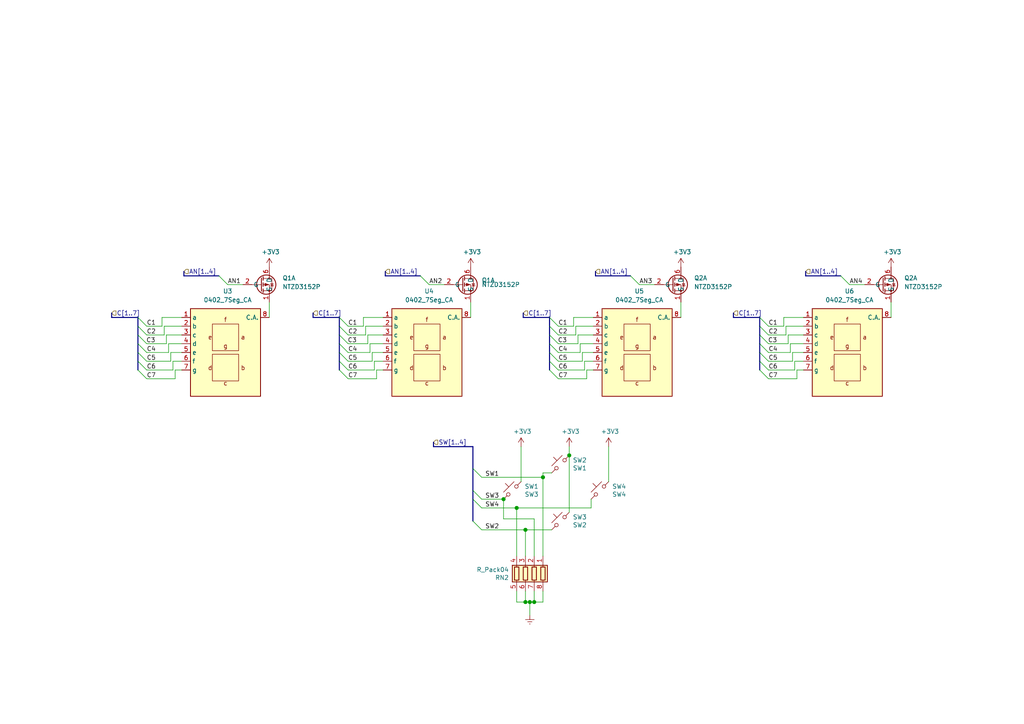
<source format=kicad_sch>
(kicad_sch (version 20200714) (host eeschema "(5.99.0-2671-gfc0a358ba)")
  (page 0 5)
  (paper "A4")
  (lib_symbols
    (symbol "Custom_LEDs:0402_7Seg_CA_1"
      (property "Reference" "U" (at 10.16 13.97 0))
      (property "Value" "0402_7Seg_CA_W_Res" (at -2.54 13.97 0))
      (symbol "0402_7Seg_CA_1_0_0"
        (text "a" (at 5.715 4.445 0) (effects (font (size 1.27 1.27))))
        (text "b" (at 5.715 -4.445 0) (effects (font (size 1.27 1.27))))
        (text "c" (at 0.635 -8.89 0) (effects (font (size 1.27 1.27))))
        (text "d" (at -3.81 -4.445 0) (effects (font (size 1.27 1.27))))
        (text "e" (at -3.81 4.445 0) (effects (font (size 1.27 1.27))))
        (text "f" (at 0.635 9.525 0) (effects (font (size 1.27 1.27))))
        (text "g" (at 0.635 1.905 0) (effects (font (size 1.27 1.27))))
      )
      (symbol "0402_7Seg_CA_1_0_1"
        (rectangle (start -9.525 12.7) (end 10.795 -12.7) (stroke (width 0.254)) (fill (type background)))
        (polyline (pts (xy -3.175 -0.508) (xy 4.445 -0.508) (xy 4.445 -8.255) (xy -3.175 -8.255) (xy -3.175 -0.508) (xy -3.175 -0.508)))
        (polyline (pts (xy -3.175 8.255) (xy 4.445 8.255) (xy 4.445 0.508) (xy -3.175 0.508) (xy -3.175 8.255) (xy -3.175 8.255)))
      )
      (symbol "0402_7Seg_CA_1_1_1"
        (pin passive line (at -12.065 0 0) (length 2.54) (name "e") (number "5"))
        (pin passive line (at -12.065 -5.08 0) (length 2.54) (name "g") (number "7"))
        (pin passive line (at -12.065 2.54 0) (length 2.54) (name "d") (number "4"))
        (pin passive line (at -12.065 5.08 0) (length 2.54) (name "c") (number "3"))
        (pin passive line (at -12.065 7.62 0) (length 2.54) (name "b") (number "2"))
        (pin passive line (at -12.065 10.16 0) (length 2.54) (name "a") (number "1"))
        (pin passive line (at 13.335 10.16 180) (length 2.54) (name "C.A.") (number "8"))
        (pin passive line (at -12.065 -2.54 0) (length 2.54) (name "f") (number "6"))
        (pin passive line (at 6.985 6.985 180) (length 2.54) hide (name "") (number "9"))
        (pin passive line (at 6.985 5.08 180) (length 2.54) hide (name "") (number "10"))
        (pin passive line (at 6.985 1.905 180) (length 2.54) hide (name "") (number "11"))
        (pin passive line (at 6.985 0 180) (length 2.54) hide (name "") (number "12"))
        (pin passive line (at 6.985 -1.905 180) (length 2.54) hide (name "") (number "13"))
        (pin passive line (at 6.985 -3.81 180) (length 2.54) hide (name "") (number "14"))
        (pin passive line (at 6.985 -6.985 180) (length 2.54) hide (name "") (number "15"))
      )
    )
    (symbol "Custom_LEDs:0402_7Seg_CA_W_Res"
      (property "Reference" "U" (at 10.16 13.97 0))
      (property "Value" "0402_7Seg_CA_W_Res" (at -2.54 13.97 0))
      (symbol "0402_7Seg_CA_W_Res_0_0"
        (text "a" (at 5.715 4.445 0) (effects (font (size 1.27 1.27))))
        (text "b" (at 5.715 -4.445 0) (effects (font (size 1.27 1.27))))
        (text "c" (at 0.635 -8.89 0) (effects (font (size 1.27 1.27))))
        (text "d" (at -3.81 -4.445 0) (effects (font (size 1.27 1.27))))
        (text "e" (at -3.81 4.445 0) (effects (font (size 1.27 1.27))))
        (text "f" (at 0.635 9.525 0) (effects (font (size 1.27 1.27))))
        (text "g" (at 0.635 1.905 0) (effects (font (size 1.27 1.27))))
      )
      (symbol "0402_7Seg_CA_W_Res_0_1"
        (rectangle (start -9.525 12.7) (end 10.795 -12.7) (stroke (width 0.254)) (fill (type background)))
        (polyline (pts (xy -3.175 -0.508) (xy 4.445 -0.508) (xy 4.445 -8.255) (xy -3.175 -8.255) (xy -3.175 -0.508) (xy -3.175 -0.508)))
        (polyline (pts (xy -3.175 8.255) (xy 4.445 8.255) (xy 4.445 0.508) (xy -3.175 0.508) (xy -3.175 8.255) (xy -3.175 8.255)))
      )
      (symbol "0402_7Seg_CA_W_Res_1_1"
        (pin passive line (at -12.065 0 0) (length 2.54) (name "e") (number "5"))
        (pin passive line (at -12.065 -5.08 0) (length 2.54) (name "g") (number "7"))
        (pin passive line (at -12.065 2.54 0) (length 2.54) (name "d") (number "4"))
        (pin passive line (at -12.065 5.08 0) (length 2.54) (name "c") (number "3"))
        (pin passive line (at -12.065 7.62 0) (length 2.54) (name "b") (number "2"))
        (pin passive line (at -12.065 10.16 0) (length 2.54) (name "a") (number "1"))
        (pin passive line (at 13.335 10.16 180) (length 2.54) (name "C.A.") (number "8"))
        (pin passive line (at -12.065 -2.54 0) (length 2.54) (name "f") (number "6"))
        (pin passive line (at 6.985 6.985 180) (length 2.54) hide (name "") (number "9"))
        (pin passive line (at 6.985 5.08 180) (length 2.54) hide (name "") (number "10"))
        (pin passive line (at 6.985 1.905 180) (length 2.54) hide (name "") (number "11"))
        (pin passive line (at 6.985 0 180) (length 2.54) hide (name "") (number "12"))
        (pin passive line (at 6.985 -1.905 180) (length 2.54) hide (name "") (number "13"))
        (pin passive line (at 6.985 -3.81 180) (length 2.54) hide (name "") (number "14"))
        (pin passive line (at 6.985 -6.985 180) (length 2.54) hide (name "") (number "15"))
      )
    )
    (symbol "Custom_Transistors:NTZD3152P"
      (property "Reference" "Q" (at 3.175 0.635 0))
      (property "Value" "NTZD3152P" (at 6.35 3.175 0))
      (symbol "NTZD3152P_0_1"
        (circle (center -0.889 0) (radius 2.794) (stroke (width 0.254)))
        (circle (center 0 -1.778) (radius 0.254) (fill (type outline)))
        (circle (center 0 1.778) (radius 0.254) (fill (type outline)))
        (polyline (pts (xy -2.286 0) (xy -5.08 0)))
        (polyline (pts (xy -2.286 1.905) (xy -2.286 -1.905)) (stroke (width 0.254)))
        (polyline (pts (xy -1.778 -1.27) (xy -1.778 -2.286)) (stroke (width 0.254)))
        (polyline (pts (xy -1.778 0.508) (xy -1.778 -0.508)) (stroke (width 0.254)))
        (polyline (pts (xy -1.778 2.286) (xy -1.778 1.27)) (stroke (width 0.254)))
        (polyline (pts (xy 0 2.54) (xy 0 1.778)))
        (polyline (pts (xy 0 -2.54) (xy 0 0) (xy -1.778 0)))
        (polyline (pts (xy -1.778 1.778) (xy 0.762 1.778) (xy 0.762 -1.778) (xy -1.778 -1.778)))
        (polyline (pts (xy -0.254 0) (xy -1.27 0.381) (xy -1.27 -0.381) (xy -0.254 0)) (fill (type outline)))
        (polyline (pts (xy 0.254 -0.508) (xy 0.381 -0.381) (xy 1.143 -0.381) (xy 1.27 -0.254)))
        (polyline (pts (xy 0.762 -0.381) (xy 0.381 0.254) (xy 1.143 0.254) (xy 0.762 -0.381)))
      )
      (symbol "NTZD3152P_1_1"
        (pin passive line (at 0 5.08 270) (length 2.54) (name "D") (number "6"))
        (pin input line (at -7.62 0 0) (length 2.54) (name "G") (number "2"))
        (pin passive line (at 0 -5.08 90) (length 2.54) (name "S") (number "1"))
      )
      (symbol "NTZD3152P_2_1"
        (pin passive line (at -7.62 0 0) (length 2.54) (name "G") (number "5"))
        (pin passive line (at 0 -5.08 90) (length 2.54) (name "S") (number "4"))
        (pin passive line (at 0 5.08 270) (length 2.54) (name "D") (number "3"))
      )
    )
    (symbol "Device:R_Pack04_1" (pin_names (offset 0) hide)
      (property "Reference" "RN" (at -7.62 0 90))
      (property "Value" "R_Pack04" (at 5.08 0 90))
      (symbol "R_Pack04_1_0_1"
        (rectangle (start -3.175 1.905) (end -1.905 -1.905) (stroke (width 0.254)))
        (rectangle (start -5.715 1.905) (end -4.445 -1.905) (stroke (width 0.254)))
        (rectangle (start -0.635 1.905) (end 0.635 -1.905) (stroke (width 0.254)))
        (rectangle (start -6.35 -2.413) (end 3.81 2.413) (stroke (width 0.254)) (fill (type background)))
        (rectangle (start 1.905 1.905) (end 3.175 -1.905) (stroke (width 0.254)))
        (polyline (pts (xy -2.54 -2.54) (xy -2.54 -1.905)))
        (polyline (pts (xy -2.54 1.905) (xy -2.54 2.54)))
        (polyline (pts (xy -5.08 -2.54) (xy -5.08 -1.905)))
        (polyline (pts (xy -5.08 1.905) (xy -5.08 2.54)))
        (polyline (pts (xy 0 -2.54) (xy 0 -1.905)))
        (polyline (pts (xy 0 1.905) (xy 0 2.54)))
        (polyline (pts (xy 2.54 -2.54) (xy 2.54 -1.905)))
        (polyline (pts (xy 2.54 1.905) (xy 2.54 2.54)))
      )
      (symbol "R_Pack04_1_1_1"
        (pin passive line (at -5.08 -5.08 90) (length 2.54) (name "R1.1") (number "1"))
        (pin passive line (at -5.08 5.08 270) (length 2.54) (name "R1.2") (number "8"))
        (pin passive line (at -2.54 -5.08 90) (length 2.54) (name "R2.1") (number "2"))
        (pin passive line (at -2.54 5.08 270) (length 2.54) (name "R2.2") (number "7"))
        (pin passive line (at 0 -5.08 90) (length 2.54) (name "R3.1") (number "3"))
        (pin passive line (at 0 5.08 270) (length 2.54) (name "R3.2") (number "6"))
        (pin passive line (at 2.54 -5.08 90) (length 2.54) (name "R4.1") (number "4"))
        (pin passive line (at 2.54 5.08 270) (length 2.54) (name "R4.2") (number "5"))
      )
    )
    (symbol "Switch:SW_Push_45deg" (pin_numbers hide) (pin_names hide)
      (property "Reference" "SW" (at 3.048 1.016 0))
      (property "Value" "SW_Push_45deg" (at 0 -3.81 0))
      (symbol "SW_Push_45deg_0_1"
        (circle (center -1.1684 1.1684) (radius 0.508))
        (circle (center 1.143 -1.1938) (radius 0.508))
        (polyline (pts (xy -0.508 2.54) (xy 2.54 -0.508)))
        (polyline (pts (xy 1.016 1.016) (xy 2.032 2.032)))
        (polyline (pts (xy -2.54 2.54) (xy -1.524 1.524) (xy -1.524 1.524)))
        (polyline (pts (xy 1.524 -1.524) (xy 2.54 -2.54) (xy 2.54 -2.54) (xy 2.54 -2.54)))
        (pin passive line (at -2.54 2.54 0) (length 0) (name "1") (number "1"))
        (pin passive line (at 2.54 -2.54 180) (length 0) (name "2") (number "2"))
      )
    )
    (symbol "power:+3V3" (power) (pin_names (offset 0))
      (property "Value" "+3V3" (at 0 3.556 0))
      (symbol "+3V3_0_1"
        (polyline (pts (xy -0.762 1.27) (xy 0 2.54)))
        (polyline (pts (xy 0 0) (xy 0 2.54)))
        (polyline (pts (xy 0 2.54) (xy 0.762 1.27)))
      )
      (symbol "+3V3_1_1"
        (pin power_in line (at 0 0 90) (length 0) hide (name "+3V3") (number "1"))
      )
    )
    (symbol "power:GNDREF" (power) (pin_names (offset 0))
      (property "Value" "GNDREF" (at 0 -3.81 0))
      (symbol "GNDREF_0_1"
        (polyline (pts (xy -0.635 -1.905) (xy 0.635 -1.905)))
        (polyline (pts (xy -0.127 -2.54) (xy 0.127 -2.54)))
        (polyline (pts (xy 0 -1.27) (xy 0 0)))
        (polyline (pts (xy 1.27 -1.27) (xy -1.27 -1.27)))
      )
      (symbol "GNDREF_1_1"
        (pin power_in line (at 0 0 270) (length 0) hide (name "GNDREF") (number "1"))
      )
    )
  )
  (junction (at 146.05 144.78) (diameter 1.016))
  (junction (at 149.86 147.32) (diameter 1.016))
  (junction (at 152.4 153.67) (diameter 1.016))
  (junction (at 152.4 174.625) (diameter 1.016))
  (junction (at 153.67 174.625) (diameter 1.016))
  (junction (at 154.94 174.625) (diameter 1.016))
  (junction (at 157.48 138.43) (diameter 1.016))
  (junction (at 165.1 132.08) (diameter 1.016))
  (bus_entry (at 40.005 92.075) (size 2.54 2.54) (stroke (width 0.1524)))
  (bus_entry (at 40.005 94.615) (size 2.54 2.54) (stroke (width 0.1524)))
  (bus_entry (at 40.005 97.155) (size 2.54 2.54) (stroke (width 0.1524)))
  (bus_entry (at 40.005 99.695) (size 2.54 2.54) (stroke (width 0.1524)))
  (bus_entry (at 40.005 102.235) (size 2.54 2.54) (stroke (width 0.1524)))
  (bus_entry (at 40.005 104.775) (size 2.54 2.54) (stroke (width 0.1524)))
  (bus_entry (at 40.005 107.315) (size 2.54 2.54) (stroke (width 0.1524)))
  (bus_entry (at 63.5 80.01) (size 2.54 2.54) (stroke (width 0.1524)))
  (bus_entry (at 98.425 92.075) (size 2.54 2.54) (stroke (width 0.1524)))
  (bus_entry (at 98.425 94.615) (size 2.54 2.54) (stroke (width 0.1524)))
  (bus_entry (at 98.425 97.155) (size 2.54 2.54) (stroke (width 0.1524)))
  (bus_entry (at 98.425 99.695) (size 2.54 2.54) (stroke (width 0.1524)))
  (bus_entry (at 98.425 102.235) (size 2.54 2.54) (stroke (width 0.1524)))
  (bus_entry (at 98.425 104.775) (size 2.54 2.54) (stroke (width 0.1524)))
  (bus_entry (at 98.425 107.315) (size 2.54 2.54) (stroke (width 0.1524)))
  (bus_entry (at 121.92 80.01) (size 2.54 2.54) (stroke (width 0.1524)))
  (bus_entry (at 137.16 135.89) (size 2.54 2.54) (stroke (width 0.1524)))
  (bus_entry (at 137.16 142.24) (size 2.54 2.54) (stroke (width 0.1524)))
  (bus_entry (at 137.16 144.78) (size 2.54 2.54) (stroke (width 0.1524)))
  (bus_entry (at 137.16 151.13) (size 2.54 2.54) (stroke (width 0.1524)))
  (bus_entry (at 159.385 92.075) (size 2.54 2.54) (stroke (width 0.1524)))
  (bus_entry (at 159.385 94.615) (size 2.54 2.54) (stroke (width 0.1524)))
  (bus_entry (at 159.385 97.155) (size 2.54 2.54) (stroke (width 0.1524)))
  (bus_entry (at 159.385 99.695) (size 2.54 2.54) (stroke (width 0.1524)))
  (bus_entry (at 159.385 102.235) (size 2.54 2.54) (stroke (width 0.1524)))
  (bus_entry (at 159.385 104.775) (size 2.54 2.54) (stroke (width 0.1524)))
  (bus_entry (at 159.385 107.315) (size 2.54 2.54) (stroke (width 0.1524)))
  (bus_entry (at 182.88 80.01) (size 2.54 2.54) (stroke (width 0.1524)))
  (bus_entry (at 220.345 92.075) (size 2.54 2.54) (stroke (width 0.1524)))
  (bus_entry (at 220.345 94.615) (size 2.54 2.54) (stroke (width 0.1524)))
  (bus_entry (at 220.345 97.155) (size 2.54 2.54) (stroke (width 0.1524)))
  (bus_entry (at 220.345 99.695) (size 2.54 2.54) (stroke (width 0.1524)))
  (bus_entry (at 220.345 102.235) (size 2.54 2.54) (stroke (width 0.1524)))
  (bus_entry (at 220.345 104.775) (size 2.54 2.54) (stroke (width 0.1524)))
  (bus_entry (at 220.345 107.315) (size 2.54 2.54) (stroke (width 0.1524)))
  (bus_entry (at 243.84 80.01) (size 2.54 2.54) (stroke (width 0.1524)))
  (wire (pts (xy 42.545 94.615) (xy 46.99 94.615)))
  (wire (pts (xy 42.545 97.155) (xy 47.625 97.155)))
  (wire (pts (xy 42.545 99.695) (xy 48.26 99.695)))
  (wire (pts (xy 42.545 102.235) (xy 48.895 102.235)))
  (wire (pts (xy 42.545 104.775) (xy 49.53 104.775)))
  (wire (pts (xy 42.545 107.315) (xy 50.165 107.315)))
  (wire (pts (xy 42.545 109.855) (xy 50.8 109.855)))
  (wire (pts (xy 46.99 92.075) (xy 52.705 92.075)))
  (wire (pts (xy 46.99 94.615) (xy 46.99 92.075)))
  (wire (pts (xy 47.625 94.615) (xy 52.705 94.615)))
  (wire (pts (xy 47.625 97.155) (xy 47.625 94.615)))
  (wire (pts (xy 48.26 97.155) (xy 52.705 97.155)))
  (wire (pts (xy 48.26 99.695) (xy 48.26 97.155)))
  (wire (pts (xy 48.895 99.695) (xy 52.705 99.695)))
  (wire (pts (xy 48.895 102.235) (xy 48.895 99.695)))
  (wire (pts (xy 49.53 102.235) (xy 52.705 102.235)))
  (wire (pts (xy 49.53 104.775) (xy 49.53 102.235)))
  (wire (pts (xy 50.165 104.775) (xy 52.705 104.775)))
  (wire (pts (xy 50.165 107.315) (xy 50.165 104.775)))
  (wire (pts (xy 50.8 107.315) (xy 52.705 107.315)))
  (wire (pts (xy 50.8 109.855) (xy 50.8 107.315)))
  (wire (pts (xy 70.485 82.55) (xy 66.04 82.55)))
  (wire (pts (xy 78.105 87.63) (xy 78.105 92.075)))
  (wire (pts (xy 100.965 94.615) (xy 105.41 94.615)))
  (wire (pts (xy 100.965 97.155) (xy 106.045 97.155)))
  (wire (pts (xy 100.965 99.695) (xy 106.68 99.695)))
  (wire (pts (xy 100.965 102.235) (xy 107.315 102.235)))
  (wire (pts (xy 100.965 104.775) (xy 107.95 104.775)))
  (wire (pts (xy 100.965 107.315) (xy 108.585 107.315)))
  (wire (pts (xy 100.965 109.855) (xy 109.22 109.855)))
  (wire (pts (xy 105.41 92.075) (xy 111.125 92.075)))
  (wire (pts (xy 105.41 94.615) (xy 105.41 92.075)))
  (wire (pts (xy 106.045 94.615) (xy 111.125 94.615)))
  (wire (pts (xy 106.045 97.155) (xy 106.045 94.615)))
  (wire (pts (xy 106.68 97.155) (xy 111.125 97.155)))
  (wire (pts (xy 106.68 99.695) (xy 106.68 97.155)))
  (wire (pts (xy 107.315 99.695) (xy 111.125 99.695)))
  (wire (pts (xy 107.315 102.235) (xy 107.315 99.695)))
  (wire (pts (xy 107.95 102.235) (xy 111.125 102.235)))
  (wire (pts (xy 107.95 104.775) (xy 107.95 102.235)))
  (wire (pts (xy 108.585 104.775) (xy 111.125 104.775)))
  (wire (pts (xy 108.585 107.315) (xy 108.585 104.775)))
  (wire (pts (xy 109.22 107.315) (xy 111.125 107.315)))
  (wire (pts (xy 109.22 109.855) (xy 109.22 107.315)))
  (wire (pts (xy 124.46 82.55) (xy 128.905 82.55)))
  (wire (pts (xy 136.525 87.63) (xy 136.525 92.075)))
  (wire (pts (xy 139.7 138.43) (xy 157.48 138.43)))
  (wire (pts (xy 139.7 144.78) (xy 146.05 144.78)))
  (wire (pts (xy 139.7 147.32) (xy 149.86 147.32)))
  (wire (pts (xy 139.7 153.67) (xy 152.4 153.67)))
  (wire (pts (xy 146.05 144.78) (xy 146.05 150.495)))
  (wire (pts (xy 146.05 150.495) (xy 154.94 150.495)))
  (wire (pts (xy 149.86 147.32) (xy 149.86 161.29)))
  (wire (pts (xy 149.86 147.32) (xy 171.45 147.32)))
  (wire (pts (xy 149.86 171.45) (xy 149.86 174.625)))
  (wire (pts (xy 149.86 174.625) (xy 152.4 174.625)))
  (wire (pts (xy 151.13 129.54) (xy 151.13 139.7)))
  (wire (pts (xy 152.4 153.67) (xy 152.4 161.29)))
  (wire (pts (xy 152.4 153.67) (xy 160.02 153.67)))
  (wire (pts (xy 152.4 171.45) (xy 152.4 174.625)))
  (wire (pts (xy 152.4 174.625) (xy 153.67 174.625)))
  (wire (pts (xy 153.67 174.625) (xy 153.67 178.435)))
  (wire (pts (xy 153.67 174.625) (xy 154.94 174.625)))
  (wire (pts (xy 154.94 150.495) (xy 154.94 161.29)))
  (wire (pts (xy 154.94 171.45) (xy 154.94 174.625)))
  (wire (pts (xy 154.94 174.625) (xy 157.48 174.625)))
  (wire (pts (xy 157.48 137.16) (xy 157.48 138.43)))
  (wire (pts (xy 157.48 137.16) (xy 160.02 137.16)))
  (wire (pts (xy 157.48 138.43) (xy 157.48 161.29)))
  (wire (pts (xy 157.48 174.625) (xy 157.48 171.45)))
  (wire (pts (xy 161.925 94.615) (xy 166.37 94.615)))
  (wire (pts (xy 161.925 97.155) (xy 167.005 97.155)))
  (wire (pts (xy 161.925 99.695) (xy 167.64 99.695)))
  (wire (pts (xy 161.925 102.235) (xy 168.275 102.235)))
  (wire (pts (xy 161.925 104.775) (xy 168.91 104.775)))
  (wire (pts (xy 161.925 107.315) (xy 169.545 107.315)))
  (wire (pts (xy 161.925 109.855) (xy 170.18 109.855)))
  (wire (pts (xy 165.1 129.54) (xy 165.1 132.08)))
  (wire (pts (xy 165.1 132.08) (xy 165.1 148.59)))
  (wire (pts (xy 166.37 92.075) (xy 172.085 92.075)))
  (wire (pts (xy 166.37 94.615) (xy 166.37 92.075)))
  (wire (pts (xy 167.005 94.615) (xy 172.085 94.615)))
  (wire (pts (xy 167.005 97.155) (xy 167.005 94.615)))
  (wire (pts (xy 167.64 97.155) (xy 172.085 97.155)))
  (wire (pts (xy 167.64 99.695) (xy 167.64 97.155)))
  (wire (pts (xy 168.275 99.695) (xy 172.085 99.695)))
  (wire (pts (xy 168.275 102.235) (xy 168.275 99.695)))
  (wire (pts (xy 168.91 102.235) (xy 172.085 102.235)))
  (wire (pts (xy 168.91 104.775) (xy 168.91 102.235)))
  (wire (pts (xy 169.545 104.775) (xy 172.085 104.775)))
  (wire (pts (xy 169.545 107.315) (xy 169.545 104.775)))
  (wire (pts (xy 170.18 107.315) (xy 172.085 107.315)))
  (wire (pts (xy 170.18 109.855) (xy 170.18 107.315)))
  (wire (pts (xy 171.45 144.78) (xy 171.45 147.32)))
  (wire (pts (xy 176.53 129.54) (xy 176.53 139.7)))
  (wire (pts (xy 189.865 82.55) (xy 185.42 82.55)))
  (wire (pts (xy 197.485 87.63) (xy 197.485 92.075)))
  (wire (pts (xy 222.885 94.615) (xy 227.33 94.615)))
  (wire (pts (xy 222.885 97.155) (xy 227.965 97.155)))
  (wire (pts (xy 222.885 99.695) (xy 228.6 99.695)))
  (wire (pts (xy 222.885 102.235) (xy 229.235 102.235)))
  (wire (pts (xy 222.885 104.775) (xy 229.87 104.775)))
  (wire (pts (xy 222.885 107.315) (xy 230.505 107.315)))
  (wire (pts (xy 222.885 109.855) (xy 231.14 109.855)))
  (wire (pts (xy 227.33 92.075) (xy 233.045 92.075)))
  (wire (pts (xy 227.33 94.615) (xy 227.33 92.075)))
  (wire (pts (xy 227.965 94.615) (xy 233.045 94.615)))
  (wire (pts (xy 227.965 97.155) (xy 227.965 94.615)))
  (wire (pts (xy 228.6 97.155) (xy 233.045 97.155)))
  (wire (pts (xy 228.6 99.695) (xy 228.6 97.155)))
  (wire (pts (xy 229.235 99.695) (xy 233.045 99.695)))
  (wire (pts (xy 229.235 102.235) (xy 229.235 99.695)))
  (wire (pts (xy 229.87 102.235) (xy 233.045 102.235)))
  (wire (pts (xy 229.87 104.775) (xy 229.87 102.235)))
  (wire (pts (xy 230.505 104.775) (xy 233.045 104.775)))
  (wire (pts (xy 230.505 107.315) (xy 230.505 104.775)))
  (wire (pts (xy 231.14 107.315) (xy 233.045 107.315)))
  (wire (pts (xy 231.14 109.855) (xy 231.14 107.315)))
  (wire (pts (xy 250.825 82.55) (xy 246.38 82.55)))
  (wire (pts (xy 258.445 87.63) (xy 258.445 92.075)))
  (bus (pts (xy 32.385 90.805) (xy 32.385 92.075)))
  (bus (pts (xy 40.005 92.075) (xy 32.385 92.075)))
  (bus (pts (xy 40.005 92.075) (xy 40.005 94.615)))
  (bus (pts (xy 40.005 94.615) (xy 40.005 97.155)))
  (bus (pts (xy 40.005 97.155) (xy 40.005 99.695)))
  (bus (pts (xy 40.005 99.695) (xy 40.005 102.235)))
  (bus (pts (xy 40.005 102.235) (xy 40.005 104.775)))
  (bus (pts (xy 40.005 104.775) (xy 40.005 107.315)))
  (bus (pts (xy 53.34 80.01) (xy 53.34 78.74)))
  (bus (pts (xy 63.5 80.01) (xy 53.34 80.01)))
  (bus (pts (xy 90.805 90.805) (xy 90.805 92.075)))
  (bus (pts (xy 98.425 92.075) (xy 90.805 92.075)))
  (bus (pts (xy 98.425 92.075) (xy 98.425 94.615)))
  (bus (pts (xy 98.425 94.615) (xy 98.425 97.155)))
  (bus (pts (xy 98.425 97.155) (xy 98.425 99.695)))
  (bus (pts (xy 98.425 99.695) (xy 98.425 102.235)))
  (bus (pts (xy 98.425 102.235) (xy 98.425 104.775)))
  (bus (pts (xy 98.425 104.775) (xy 98.425 107.315)))
  (bus (pts (xy 111.76 80.01) (xy 111.76 78.74)))
  (bus (pts (xy 121.92 80.01) (xy 111.76 80.01)))
  (bus (pts (xy 125.73 129.54) (xy 125.73 128.27)))
  (bus (pts (xy 125.73 129.54) (xy 137.16 129.54)))
  (bus (pts (xy 137.16 129.54) (xy 137.16 135.89)))
  (bus (pts (xy 137.16 135.89) (xy 137.16 142.24)))
  (bus (pts (xy 137.16 142.24) (xy 137.16 144.78)))
  (bus (pts (xy 137.16 144.78) (xy 137.16 151.13)))
  (bus (pts (xy 151.765 90.805) (xy 151.765 92.075)))
  (bus (pts (xy 159.385 92.075) (xy 151.765 92.075)))
  (bus (pts (xy 159.385 92.075) (xy 159.385 94.615)))
  (bus (pts (xy 159.385 94.615) (xy 159.385 97.155)))
  (bus (pts (xy 159.385 97.155) (xy 159.385 99.695)))
  (bus (pts (xy 159.385 99.695) (xy 159.385 102.235)))
  (bus (pts (xy 159.385 102.235) (xy 159.385 104.775)))
  (bus (pts (xy 159.385 104.775) (xy 159.385 107.315)))
  (bus (pts (xy 172.72 80.01) (xy 172.72 78.74)))
  (bus (pts (xy 182.88 80.01) (xy 172.72 80.01)))
  (bus (pts (xy 212.725 90.805) (xy 212.725 92.075)))
  (bus (pts (xy 220.345 92.075) (xy 212.725 92.075)))
  (bus (pts (xy 220.345 92.075) (xy 220.345 94.615)))
  (bus (pts (xy 220.345 94.615) (xy 220.345 97.155)))
  (bus (pts (xy 220.345 97.155) (xy 220.345 99.695)))
  (bus (pts (xy 220.345 99.695) (xy 220.345 102.235)))
  (bus (pts (xy 220.345 102.235) (xy 220.345 104.775)))
  (bus (pts (xy 220.345 104.775) (xy 220.345 107.315)))
  (bus (pts (xy 233.68 80.01) (xy 233.68 78.74)))
  (bus (pts (xy 243.84 80.01) (xy 233.68 80.01)))
  (label "C1" (at 42.545 94.615 0))
  (label "C2" (at 42.545 97.155 0))
  (label "C4" (at 42.545 102.235 0))
  (label "C5" (at 42.545 104.775 0))
  (label "C6" (at 42.545 107.315 0))
  (label "C7" (at 42.545 109.855 0))
  (label "C3" (at 45.085 99.695 180))
  (label "AN1" (at 66.04 82.55 0))
  (label "C1" (at 100.965 94.615 0))
  (label "C2" (at 100.965 97.155 0))
  (label "C4" (at 100.965 102.235 0))
  (label "C5" (at 100.965 104.775 0))
  (label "C6" (at 100.965 107.315 0))
  (label "C7" (at 100.965 109.855 0))
  (label "C3" (at 103.505 99.695 180))
  (label "AN2" (at 124.46 82.55 0))
  (label "SW1" (at 144.78 138.43 180))
  (label "SW3" (at 144.78 144.78 180))
  (label "SW4" (at 144.78 147.32 180))
  (label "SW2" (at 144.78 153.67 180))
  (label "C1" (at 161.925 94.615 0))
  (label "C2" (at 161.925 97.155 0))
  (label "C4" (at 161.925 102.235 0))
  (label "C5" (at 161.925 104.775 0))
  (label "C6" (at 161.925 107.315 0))
  (label "C7" (at 161.925 109.855 0))
  (label "C3" (at 164.465 99.695 180))
  (label "AN3" (at 185.42 82.55 0))
  (label "C1" (at 222.885 94.615 0))
  (label "C2" (at 222.885 97.155 0))
  (label "C4" (at 222.885 102.235 0))
  (label "C5" (at 222.885 104.775 0))
  (label "C6" (at 222.885 107.315 0))
  (label "C7" (at 222.885 109.855 0))
  (label "C3" (at 225.425 99.695 180))
  (label "AN4" (at 246.38 82.55 0))
  (hierarchical_label "C[1..7]" (shape input) (at 32.385 90.805 0))
  (hierarchical_label "AN[1..4]" (shape input) (at 53.34 78.74 0))
  (hierarchical_label "C[1..7]" (shape input) (at 90.805 90.805 0))
  (hierarchical_label "AN[1..4]" (shape input) (at 111.76 78.74 0))
  (hierarchical_label "SW[1..4]" (shape input) (at 125.73 128.27 0))
  (hierarchical_label "C[1..7]" (shape input) (at 151.765 90.805 0))
  (hierarchical_label "AN[1..4]" (shape input) (at 172.72 78.74 0))
  (hierarchical_label "C[1..7]" (shape input) (at 212.725 90.805 0))
  (hierarchical_label "AN[1..4]" (shape input) (at 233.68 78.74 0))
  (symbol (lib_id "power:+3V3") (at 78.105 77.47 0)
    (property "Reference" "#PWR0106" (effects hide))
    (property "Value" "+3V3" (at 78.486 73.0758 0))
  )
  (symbol (lib_id "power:+3V3") (at 136.525 77.47 0)
    (property "Reference" "#PWR0104" (effects hide))
    (property "Value" "+3V3" (at 136.906 73.0758 0))
  )
  (symbol (lib_id "power:+3V3") (at 151.13 129.54 0)
    (property "Reference" "#PWR0111" (effects hide))
    (property "Value" "+3V3" (at 151.511 125.1458 0))
  )
  (symbol (lib_id "power:+3V3") (at 165.1 129.54 0)
    (property "Reference" "#PWR0109" (effects hide))
    (property "Value" "+3V3" (at 165.481 125.1458 0))
  )
  (symbol (lib_id "power:+3V3") (at 176.53 129.54 0)
    (property "Reference" "#PWR0110" (effects hide))
    (property "Value" "+3V3" (at 176.911 125.1458 0))
  )
  (symbol (lib_id "power:+3V3") (at 197.485 77.47 0)
    (property "Reference" "#PWR0107" (effects hide))
    (property "Value" "+3V3" (at 197.866 73.0758 0))
  )
  (symbol (lib_id "power:+3V3") (at 258.445 77.47 0)
    (property "Reference" "#PWR0108" (effects hide))
    (property "Value" "+3V3" (at 258.826 73.0758 0))
  )
  (symbol (lib_id "power:GNDREF") (at 153.67 178.435 0)
    (property "Reference" "#PWR0105" (effects hide))
    (property "Value" "GNDREF" (effects hide))
  )
  (symbol (lib_id "Switch:SW_Push_45deg") (at 148.59 142.24 90)
    (property "Reference" "SW1" (at 152.1461 141.0906 90) (effects (justify right)))
    (property "Value" "SW3" (at 152.146 143.389 90) (effects (justify right)))
    (property "Footprint" "Custom_Buttons:Korean Hroparts Elec K2-1177SR" (effects hide))
  )
  (symbol (lib_id "Switch:SW_Push_45deg") (at 162.56 134.62 90)
    (property "Reference" "SW2" (at 166.1161 133.4706 90) (effects (justify right)))
    (property "Value" "SW1" (at 166.116 135.769 90) (effects (justify right)))
    (property "Footprint" "Custom_Buttons:Korean Hroparts Elec K2-1177SR" (effects hide))
  )
  (symbol (lib_id "Switch:SW_Push_45deg") (at 162.56 151.13 90)
    (property "Reference" "SW3" (at 166.1161 149.9806 90) (effects (justify right)))
    (property "Value" "SW2" (at 166.116 152.279 90) (effects (justify right)))
    (property "Footprint" "Custom_Buttons:Korean Hroparts Elec K2-1177SR" (effects hide))
  )
  (symbol (lib_id "Switch:SW_Push_45deg") (at 173.99 142.24 90)
    (property "Reference" "SW4" (at 177.5461 141.0906 90) (effects (justify right)))
    (property "Value" "SW4" (at 177.546 143.389 90) (effects (justify right)))
    (property "Footprint" "Custom_Buttons:Korean Hroparts Elec K2-1177SR" (effects hide))
  )
  (symbol (lib_id "Custom_Transistors:NTZD3152P") (at 78.105 82.55 0)
    (property "Reference" "Q1" (at 81.915 80.645 0) (effects (justify left)))
    (property "Value" "NTZD3152P" (at 81.915 83.185 0) (effects (justify left)))
    (property "Footprint" "Package_TO_SOT_SMD:SOT-563" (effects hide))
    (property "Datasheet" "https://datasheet.lcsc.com/szlcsc/1905211505_ON-Semicon-ON-NTZD3152PT1G_C393372.pdf" (effects hide))
  )
  (symbol (lib_id "Custom_Transistors:NTZD3152P") (at 136.525 82.55 0)
    (property "Reference" "Q1" (at 139.7 81.28 0) (effects (justify left)))
    (property "Value" "NTZD3152P" (at 139.7 82.55 0) (effects (justify left)))
    (property "Footprint" "Package_TO_SOT_SMD:SOT-563" (effects hide))
    (property "Datasheet" "https://datasheet.lcsc.com/szlcsc/1905211505_ON-Semicon-ON-NTZD3152PT1G_C393372.pdf" (effects hide))
  )
  (symbol (lib_id "Custom_Transistors:NTZD3152P") (at 197.485 82.55 0)
    (property "Reference" "Q2" (at 201.295 80.645 0) (effects (justify left)))
    (property "Value" "NTZD3152P" (at 201.295 83.185 0) (effects (justify left)))
    (property "Footprint" "Package_TO_SOT_SMD:SOT-563" (effects hide))
    (property "Datasheet" "https://datasheet.lcsc.com/szlcsc/1905211505_ON-Semicon-ON-NTZD3152PT1G_C393372.pdf" (effects hide))
  )
  (symbol (lib_id "Custom_Transistors:NTZD3152P") (at 258.445 82.55 0)
    (property "Reference" "Q2" (at 262.255 80.645 0) (effects (justify left)))
    (property "Value" "NTZD3152P" (at 262.255 83.185 0) (effects (justify left)))
    (property "Footprint" "Package_TO_SOT_SMD:SOT-563" (effects hide))
    (property "Datasheet" "https://datasheet.lcsc.com/szlcsc/1905211505_ON-Semicon-ON-NTZD3152PT1G_C393372.pdf" (effects hide))
  )
  (symbol (lib_name "Device:R_Pack04_1") (lib_id "Device:R_Pack04") (at 152.4 166.37 180)
    (property "Reference" "RN2" (at 147.6248 167.5384 0) (effects (justify left)))
    (property "Value" "R_Pack04" (at 147.6248 165.227 0) (effects (justify left)))
    (property "Footprint" "Resistor_SMD:R_Array_Convex_4x0603" (effects hide))
  )
  (symbol (lib_id "Custom_LEDs:0402_7Seg_CA_W_Res") (at 64.77 102.235 0)
    (property "Reference" "U3" (at 66.04 84.455 0))
    (property "Value" "0402_7Seg_CA" (at 66.04 86.995 0))
    (property "Footprint" "Custom_LEDs:0402_7Seg_CA_W_Res" (effects hide))
  )
  (symbol (lib_id "Custom_LEDs:0402_7Seg_CA_W_Res") (at 123.19 102.235 0)
    (property "Reference" "U4" (at 124.46 84.455 0))
    (property "Value" "0402_7Seg_CA" (at 124.46 86.995 0))
    (property "Footprint" "Custom_LEDs:0402_7Seg_CA_W_Res" (effects hide))
  )
  (symbol (lib_name "Custom_LEDs:0402_7Seg_CA_1") (lib_id "Custom_LEDs:0402_7Seg_CA_W_Res") (at 184.15 102.235 0)
    (property "Reference" "U5" (at 185.42 84.455 0))
    (property "Value" "0402_7Seg_CA" (at 185.42 86.995 0))
    (property "Footprint" "Custom_LEDs:0402_7Seg_CA_W_Res" (effects hide))
  )
  (symbol (lib_id "Custom_LEDs:0402_7Seg_CA_W_Res") (at 245.11 102.235 0)
    (property "Reference" "U6" (at 246.38 84.455 0))
    (property "Value" "0402_7Seg_CA" (at 246.38 86.995 0))
    (property "Footprint" "Custom_LEDs:0402_7Seg_CA_W_Res" (effects hide))
  )
)
</source>
